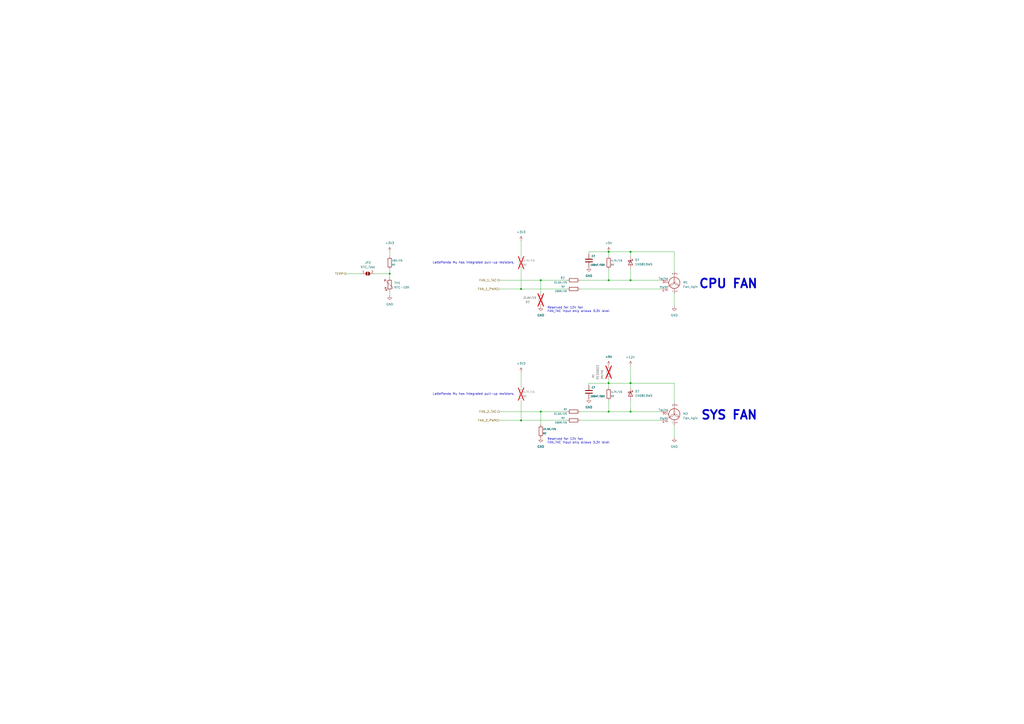
<source format=kicad_sch>
(kicad_sch (version 20231120) (generator "eeschema") (generator_version "8.0")
  (paper "A2")
  (title_block (title "nvme Carrier for LattePanda Mu") (date "2024-07-13") (rev "V1.0"))
  (lib_symbols
    (symbol "Device:C" (pin_numbers hide) (pin_names (offset 0.254))
      (property "Reference" "C" (at 0.635 2.54 0))
      (property "Value" "C" (at 0.635 -2.54 0))
      (symbol "C_0_1"
        (polyline (pts (xy -2.032 -0.762) (xy 2.032 -0.762)) (stroke (width 0.508)))
        (polyline (pts (xy -2.032 0.762) (xy 2.032 0.762)) (stroke (width 0.508)))
      )
      (symbol "C_1_1"
        (pin passive line (at 0 3.81 270) (length 2.794) (name "~") (number "1"))
        (pin passive line (at 0 -3.81 90) (length 2.794) (name "~") (number "2"))
      )
    )
    (symbol "Device:R" (pin_numbers hide) (pin_names (offset 0))
      (property "Reference" "R" (at 2.032 0 90))
      (property "Value" "R" (at 0 0 90))
      (symbol "R_0_1"
        (rectangle (start -1.016 -2.54) (end 1.016 2.54) (stroke (width 0.254)))
      )
      (symbol "R_1_1"
        (pin passive line (at 0 3.81 270) (length 1.27) (name "~") (number "1"))
        (pin passive line (at 0 -3.81 90) (length 1.27) (name "~") (number "2"))
      )
    )
    (symbol "Device:Thermistor_NTC" (pin_numbers hide) (pin_names (offset 0))
      (property "Reference" "TH" (at -4.445 0 90))
      (property "Value" "Thermistor_NTC" (at 3.175 0 90))
      (symbol "Thermistor_NTC_0_1"
        (arc (start -3.048 2.159) (mid -3.0495 2.3143) (end -3.175 2.413))
        (arc (start -3.048 2.159) (mid -2.9736 1.9794) (end -2.794 1.905))
        (arc (start -3.048 2.794) (mid -2.9736 2.6144) (end -2.794 2.54))
        (arc (start -2.794 1.905) (mid -2.6144 1.9794) (end -2.54 2.159))
        (arc (start -2.794 2.54) (mid -2.4393 2.5587) (end -2.159 2.794))
        (arc (start -2.794 3.048) (mid -2.9736 2.9736) (end -3.048 2.794))
        (arc (start -2.54 2.794) (mid -2.6144 2.9736) (end -2.794 3.048))
        (rectangle (start -1.016 2.54) (end 1.016 -2.54) (stroke (width 0.254)))
        (polyline (pts (xy -2.54 2.159) (xy -2.54 2.794)))
        (polyline (pts (xy -1.778 2.54) (xy -1.778 1.524) (xy 1.778 -1.524) (xy 1.778 -2.54)))
        (polyline (pts (xy -2.54 -3.683) (xy -2.54 -1.397) (xy -2.794 -2.159) (xy -2.286 -2.159) (xy -2.54 -1.397) (xy -2.54 -1.651)) (fill (type outline)))
        (polyline (pts (xy -1.778 -1.397) (xy -1.778 -3.683) (xy -2.032 -2.921) (xy -1.524 -2.921) (xy -1.778 -3.683) (xy -1.778 -3.429)) (fill (type outline)))
      )
      (symbol "Thermistor_NTC_1_1"
        (pin passive line (at 0 3.81 270) (length 1.27) (name "~") (number "1"))
        (pin passive line (at 0 -3.81 90) (length 1.27) (name "~") (number "2"))
      )
    )
    (symbol "Diode:1N5819WS" (pin_numbers hide) (pin_names (offset 1.016) hide)
      (property "Reference" "D" (at 0 2.54 0))
      (property "Value" "1N5819WS" (at 0 -2.54 0))
      (symbol "1N5819WS_0_1"
        (polyline (pts (xy 1.27 0) (xy -1.27 0)))
        (polyline (pts (xy 1.27 1.27) (xy 1.27 -1.27) (xy -1.27 0) (xy 1.27 1.27)) (stroke (width 0.254)))
        (polyline (pts (xy -1.905 0.635) (xy -1.905 1.27) (xy -1.27 1.27) (xy -1.27 -1.27) (xy -0.635 -1.27) (xy -0.635 -0.635)) (stroke (width 0.254)))
      )
      (symbol "1N5819WS_1_1"
        (pin passive line (at -3.81 0 0) (length 2.54) (name "K") (number "1"))
        (pin passive line (at 3.81 0 180) (length 2.54) (name "A") (number "2"))
      )
    )
    (symbol "Jumper:SolderJumper_2_Open" (pin_names (offset 0) hide)
      (property "Reference" "JP" (at 0 2.032 0))
      (property "Value" "SolderJumper_2_Open" (at 0 -2.54 0))
      (symbol "SolderJumper_2_Open_0_1"
        (arc (start -0.254 1.016) (mid -1.2656 0) (end -0.254 -1.016))
        (arc (start -0.254 1.016) (mid -1.2656 0) (end -0.254 -1.016) (fill (type outline)))
        (polyline (pts (xy -0.254 1.016) (xy -0.254 -1.016)))
        (polyline (pts (xy 0.254 1.016) (xy 0.254 -1.016)))
        (arc (start 0.254 -1.016) (mid 1.2656 0) (end 0.254 1.016))
        (arc (start 0.254 -1.016) (mid 1.2656 0) (end 0.254 1.016) (fill (type outline)))
      )
      (symbol "SolderJumper_2_Open_1_1"
        (pin passive line (at -3.81 0 0) (length 2.54) (name "A") (number "1"))
        (pin passive line (at 3.81 0 180) (length 2.54) (name "B") (number "2"))
      )
    )
    (symbol "Motor:Fan_4pin" (pin_names (offset 0))
      (property "Reference" "M" (at 2.54 5.08 0))
      (property "Value" "Fan_4pin" (at 2.54 -2.54 0))
      (symbol "Fan_4pin_0_0"
        (arc (start -5.588 1.524) (mid -5.08 1.0182) (end -4.572 1.524))
        (arc (start -5.08 2.032) (mid -5.4392 1.8832) (end -5.588 1.524))
        (polyline (pts (xy -5.08 2.032) (xy -5.334 2.159)))
        (polyline (pts (xy -5.08 2.032) (xy -5.207 1.778)))
        (polyline (pts (xy -4.064 2.54) (xy -4.064 1.016) (xy -3.302 1.016)))
      )
      (symbol "Fan_4pin_0_1"
        (arc (start -2.54 -0.508) (mid 0.0028 0.9121) (end 0 3.81))
        (polyline (pts (xy -4.064 2.54) (xy -5.08 2.54)))
        (polyline (pts (xy 0 -5.08) (xy 0 -4.572)))
        (polyline (pts (xy 0 -2.2352) (xy 0 -2.6416)))
        (polyline (pts (xy 0 4.2672) (xy 0 4.6228)))
        (polyline (pts (xy 0 4.572) (xy 0 5.08)))
        (polyline (pts (xy -2.54 -1.016) (xy -4.064 -1.016) (xy -4.064 -2.54) (xy -5.08 -2.54)))
        (polyline (pts (xy -5.334 -3.302) (xy -5.08 -3.302) (xy -5.08 -3.048) (xy -4.826 -3.048) (xy -4.826 -3.302) (xy -4.318 -3.302) (xy -4.318 -3.048) (xy -4.064 -3.048) (xy -4.064 -3.302) (xy -3.556 -3.302)))
        (circle (center 0 1.016) (radius 3.2512) (stroke (width 0.254)))
        (arc (start 0 3.81) (mid 0.053 0.921) (end 2.54 -0.508))
        (arc (start 2.54 -0.508) (mid 0 1.0618) (end -2.54 -0.508))
      )
      (symbol "Fan_4pin_1_1"
        (pin passive line (at 0 -5.08 90) (length 2.54) (name "-") (number "1"))
        (pin passive line (at 0 7.62 270) (length 2.54) (name "+") (number "2"))
        (pin passive line (at -7.62 2.54 0) (length 2.54) (name "Tacho") (number "3"))
        (pin input line (at -7.62 -2.54 0) (length 2.54) (name "PWM") (number "4"))
      )
    )
    (symbol "power:+12V" (power) (pin_numbers hide) (pin_names (offset 0) hide)
      (property "Value" "+12V" (at 0 3.556 0))
      (symbol "+12V_0_1"
        (polyline (pts (xy -0.762 1.27) (xy 0 2.54)))
        (polyline (pts (xy 0 0) (xy 0 2.54)))
        (polyline (pts (xy 0 2.54) (xy 0.762 1.27)))
      )
      (symbol "+12V_1_1"
        (pin power_in line (at 0 0 90) (length 0) (name "~") (number "1"))
      )
    )
    (symbol "power:+3V3" (power) (pin_numbers hide) (pin_names (offset 0) hide)
      (property "Value" "+3V3" (at 0 3.556 0))
      (symbol "+3V3_0_1"
        (polyline (pts (xy -0.762 1.27) (xy 0 2.54)))
        (polyline (pts (xy 0 0) (xy 0 2.54)))
        (polyline (pts (xy 0 2.54) (xy 0.762 1.27)))
      )
      (symbol "+3V3_1_1"
        (pin power_in line (at 0 0 90) (length 0) (name "~") (number "1"))
      )
    )
    (symbol "power:+5V" (power) (pin_numbers hide) (pin_names (offset 0) hide)
      (property "Value" "+5V" (at 0 3.556 0))
      (symbol "+5V_0_1"
        (polyline (pts (xy -0.762 1.27) (xy 0 2.54)))
        (polyline (pts (xy 0 0) (xy 0 2.54)))
        (polyline (pts (xy 0 2.54) (xy 0.762 1.27)))
      )
      (symbol "+5V_1_1"
        (pin power_in line (at 0 0 90) (length 0) (name "~") (number "1"))
      )
    )
    (symbol "power:GND" (power) (pin_numbers hide) (pin_names (offset 0) hide)
      (property "Value" "GND" (at 0 -3.81 0))
      (symbol "GND_0_1"
        (polyline (pts (xy 0 0) (xy 0 -1.27) (xy 1.27 -1.27) (xy 0 -2.54) (xy -1.27 -1.27) (xy 0 -1.27)))
      )
      (symbol "GND_1_1"
        (pin power_in line (at 0 0 270) (length 0) (name "~") (number "1"))
      )
    )
  )
  (junction (at 353.06 238.76))
  (junction (at 353.06 146.05))
  (junction (at 313.69 162.56))
  (junction (at 365.76 146.05))
  (junction (at 365.76 222.25))
  (junction (at 302.26 167.64))
  (junction (at 353.06 222.25))
  (junction (at 302.26 243.84))
  (junction (at 365.76 162.56))
  (junction (at 353.06 162.56))
  (junction (at 226.06 158.75))
  (junction (at 365.76 238.76))
  (junction (at 313.69 238.76))
  (wire (pts (xy 341.63 222.25) (xy 353.06 222.25)))
  (wire (pts (xy 226.06 146.05) (xy 226.06 148.59)))
  (wire (pts (xy 365.76 146.05) (xy 353.06 146.05)))
  (wire (pts (xy 336.55 162.56) (xy 353.06 162.56)))
  (wire (pts (xy 289.56 167.64) (xy 302.26 167.64)))
  (wire (pts (xy 353.06 238.76) (xy 365.76 238.76)))
  (wire (pts (xy 302.26 215.9) (xy 302.26 224.79)))
  (wire (pts (xy 302.26 167.64) (xy 328.93 167.64)))
  (wire (pts (xy 289.56 162.56) (xy 313.69 162.56)))
  (wire (pts (xy 313.69 238.76) (xy 313.69 246.38)))
  (wire (pts (xy 391.16 222.25) (xy 365.76 222.25)))
  (wire (pts (xy 365.76 224.79) (xy 365.76 222.25)))
  (wire (pts (xy 383.54 238.76) (xy 365.76 238.76)))
  (wire (pts (xy 302.26 243.84) (xy 328.93 243.84)))
  (wire (pts (xy 353.06 219.71) (xy 353.06 222.25)))
  (wire (pts (xy 391.16 170.18) (xy 391.16 177.8)))
  (wire (pts (xy 341.63 147.32) (xy 341.63 146.05)))
  (wire (pts (xy 353.06 146.05) (xy 353.06 148.59)))
  (wire (pts (xy 226.06 168.91) (xy 226.06 171.45)))
  (wire (pts (xy 336.55 238.76) (xy 353.06 238.76)))
  (wire (pts (xy 313.69 162.56) (xy 328.93 162.56)))
  (wire (pts (xy 200.66 158.75) (xy 209.55 158.75)))
  (wire (pts (xy 365.76 162.56) (xy 365.76 156.21)))
  (wire (pts (xy 365.76 238.76) (xy 365.76 232.41)))
  (wire (pts (xy 289.56 238.76) (xy 313.69 238.76)))
  (wire (pts (xy 226.06 156.21) (xy 226.06 158.75)))
  (wire (pts (xy 336.55 167.64) (xy 383.54 167.64)))
  (wire (pts (xy 365.76 222.25) (xy 353.06 222.25)))
  (wire (pts (xy 353.06 222.25) (xy 353.06 224.79)))
  (wire (pts (xy 313.69 162.56) (xy 313.69 170.18)))
  (wire (pts (xy 391.16 246.38) (xy 391.16 254)))
  (wire (pts (xy 341.63 223.52) (xy 341.63 222.25)))
  (wire (pts (xy 391.16 233.68) (xy 391.16 222.25)))
  (wire (pts (xy 391.16 146.05) (xy 365.76 146.05)))
  (wire (pts (xy 313.69 238.76) (xy 328.93 238.76)))
  (wire (pts (xy 302.26 139.7) (xy 302.26 148.59)))
  (wire (pts (xy 365.76 148.59) (xy 365.76 146.05)))
  (wire (pts (xy 353.06 232.41) (xy 353.06 238.76)))
  (wire (pts (xy 217.17 158.75) (xy 226.06 158.75)))
  (wire (pts (xy 391.16 157.48) (xy 391.16 146.05)))
  (wire (pts (xy 226.06 158.75) (xy 226.06 161.29)))
  (wire (pts (xy 302.26 156.21) (xy 302.26 167.64)))
  (wire (pts (xy 383.54 162.56) (xy 365.76 162.56)))
  (wire (pts (xy 289.56 243.84) (xy 302.26 243.84)))
  (wire (pts (xy 353.06 156.21) (xy 353.06 162.56)))
  (wire (pts (xy 353.06 162.56) (xy 365.76 162.56)))
  (wire (pts (xy 365.76 212.09) (xy 365.76 222.25)))
  (wire (pts (xy 341.63 146.05) (xy 353.06 146.05)))
  (wire (pts (xy 336.55 243.84) (xy 383.54 243.84)))
  (wire (pts (xy 302.26 232.41) (xy 302.26 243.84)))
  (text "CPU FAN" (at 405.13 167.64 0) (effects (font (size 5.08 5.08) (bold yes)) (justify left bottom)))
  (text "SYS FAN" (at 406.4 243.84 0) (effects (font (size 5.08 5.08) (bold yes)) (justify left bottom)))
  (text "Reserved for 12V fan\nFAN_TAC input only allows 3.3V level" (at 317.5 254 0) (effects (font (size 1.27 1.27)) (justify left top)))
  (text "LattePanda Mu has integrated pull-up resistors." (at 298.45 152.4 0) (effects (font (size 1.27 1.27)) (justify right)))
  (text "LattePanda Mu has integrated pull-up resistors." (at 298.45 228.6 0) (effects (font (size 1.27 1.27)) (justify right)))
  (text "Reserved for 12V fan\nFAN_TAC input only allows 3.3V level" (at 317.5 177.8 0) (effects (font (size 1.27 1.27)) (justify left top)))
  (hierarchical_label "FAN_1_TAC" (shape output) (at 289.56 162.56 180))
  (hierarchical_label "FAN_1_PWM" (shape input) (at 289.56 167.64 180))
  (hierarchical_label "TEMP" (shape output) (at 200.66 158.75 180))
  (hierarchical_label "FAN_2_PWM" (shape input) (at 289.56 243.84 180))
  (hierarchical_label "FAN_2_TAC" (shape output) (at 289.56 238.76 180))
  (symbol (lib_id "Device:R") (at 332.74 167.64 90) (unit 1)
    (property "Reference" "R?" (at 327.66 166.37 90) (effects (font (size 1 1)) (justify left)))
    (property "Value" "100R/1%" (at 328.93 168.91 90) (effects (font (size 1 1)) (justify left)))
    (property "Footprint" "A_HDJ_Library:R_0402_1005Metric" (effects (hide yes)))
    (property "Datasheet" "https://wmsc.lcsc.com/wmsc/upload/file/pdf/v2/lcsc/2304140030_YAGEO-RC0402FR-07100RL_C106232.pdf" (effects (hide yes)))
    (property "Part#" "C106232" (effects (hide yes)))
    (property "MPN" "RC0402FR-07100RL" (effects (hide yes)))
    (property "Package" "0402" (effects (hide yes)))
    (property "LCSC Part #" "C106232" (effects (hide yes)))
  )
  (symbol (lib_id "Device:R") (at 332.74 243.84 90) (unit 1)
    (property "Reference" "R?" (at 327.66 242.57 90) (effects (font (size 1 1)) (justify left)))
    (property "Value" "100R/1%" (at 328.93 245.11 90) (effects (font (size 1 1)) (justify left)))
    (property "Footprint" "A_HDJ_Library:R_0402_1005Metric" (effects (hide yes)))
    (property "Datasheet" "https://wmsc.lcsc.com/wmsc/upload/file/pdf/v2/lcsc/2304140030_YAGEO-RC0402FR-07100RL_C106232.pdf" (effects (hide yes)))
    (property "Part#" "C106232" (effects (hide yes)))
    (property "MPN" "RC0402FR-07100RL" (effects (hide yes)))
    (property "Package" "0402" (effects (hide yes)))
    (property "LCSC Part #" "C106232" (effects (hide yes)))
  )
  (symbol (lib_id "Jumper:SolderJumper_2_Open") (at 213.36 158.75 0) (unit 1)
    (property "Reference" "JP2" (at 213.36 152.4 0))
    (property "Value" "NTC_Test" (at 213.36 154.94 0))
    (property "Footprint" "Jumper:SolderJumper-2_P1.3mm_Open_RoundedPad1.0x1.5mm" (effects (hide yes)))
    (property "Package" "SolderJumper" (effects (hide yes)))
  )
  (symbol (lib_id "Device:R") (at 313.69 173.99 0) (unit 1) (in_bom no) (dnp yes)
    (property "Reference" "R?" (at 306.07 175.26 0))
    (property "Value" "21.5K/1%" (at 307.34 172.72 0) (effects (font (size 1 1))))
    (property "Footprint" "A_HDJ_Library:R_0402_1005Metric" (effects (hide yes)))
    (property "Datasheet" "https://wmsc.lcsc.com/wmsc/upload/file/pdf/v2/lcsc/2304140030_YAGEO-RC0402FR-0721K5L_C185442.pdf" (effects (hide yes)))
    (property "Part#" "C185442" (effects (hide yes)))
    (property "MPN" "RC0402FR-0721K5L" (effects (hide yes)))
    (property "Package" "0402" (effects (hide yes)))
    (property "LCSC Part #" "C185442" (effects (hide yes)))
  )
  (symbol (lib_id "Device:Thermistor_NTC") (at 226.06 165.1 0) (unit 1)
    (property "Reference" "TH1" (at 228.6 164.1475 0) (effects (justify left)))
    (property "Value" "NTC-10K" (at 228.6 166.6875 0) (effects (justify left)))
    (property "Footprint" "Resistor_SMD:R_0603_1608Metric" (effects (hide yes)))
    (property "Datasheet" "https://www.mouser.de/datasheet/2/281/NCU18XH103F60RB-1519762.pdf" (effects (hide yes)))
    (property "Part#" "C440252" (effects (hide yes)))
    (property "MPN" "NCU18XH103F60RB " (effects (hide yes)))
    (property "Package" "0603" (effects (hide yes)))
    (property "LCSC Part #" "C440252" (effects (hide yes)))
  )
  (symbol (lib_id "Device:C") (at 341.63 151.13 0) (unit 1)
    (property "Reference" "C?" (at 344.17 148.59 0) (effects (font (size 1 1))))
    (property "Value" "100nF/50V" (at 346.71 153.67 0) (effects (font (size 1 1))))
    (property "Footprint" "A_HDJ_Library:C_0402_1005Metric" (effects (hide yes)))
    (property "Datasheet" "https://wmsc.lcsc.com/wmsc/upload/file/pdf/v2/lcsc/1809272047_Murata-Electronics-GRM155R71H104KE14D_C77020.pdf" (effects (hide yes)))
    (property "SCH_Show_Footprint" "C0402" (effects (hide yes)))
    (property "Part#" "C77020" (effects (hide yes)))
    (property "MPN" "GRM155R71H104KE14D" (effects (hide yes)))
    (property "Package" "0402" (effects (hide yes)))
    (property "LCSC Part #" "C77020" (effects (hide yes)))
  )
  (symbol (lib_id "power:GND") (at 341.63 231.14 0) (unit 1)
    (property "Reference" "#PWR0117" (effects (hide yes)))
    (property "Value" "GND" (at 341.63 236.22 0))
  )
  (symbol (lib_id "Motor:Fan_4pin") (at 391.16 241.3 0) (unit 1)
    (property "Reference" "M2" (at 396.24 240.03 0) (effects (justify left)))
    (property "Value" "Fan_4pin" (at 396.24 242.57 0) (effects (justify left)))
    (property "Footprint" "Connector:FanPinHeader_1x04_P2.54mm_Vertical" (effects (hide yes)))
    (property "Datasheet" "https://wmsc.lcsc.com/wmsc/upload/file/pdf/v2/lcsc/1811051309_MOLEX-470531000_C240840.pdf" (effects (hide yes)))
    (property "Part#" "C240840" (effects (hide yes)))
    (property "MPN" "470531000" (effects (hide yes)))
    (property "Package" "Plugin,P=2.54mm" (effects (hide yes)))
    (property "LCSC Part #" "C240840" (effects (hide yes)))
  )
  (symbol (lib_id "power:GND") (at 391.16 177.8 0) (unit 1)
    (property "Reference" "#PWR0123" (effects (hide yes)))
    (property "Value" "GND" (at 391.16 182.88 0))
  )
  (symbol (lib_id "Diode:1N5819WS") (at 365.76 228.6 270) (unit 1)
    (property "Reference" "D?" (at 368.3 227.0125 90) (effects (justify left)))
    (property "Value" "1N5819WS" (at 368.3 229.5525 90) (effects (justify left)))
    (property "Footprint" "A_HDJ_Library:D_SOD-323" (effects (hide yes)))
    (property "Datasheet" "https://wmsc.lcsc.com/wmsc/upload/file/pdf/v2/lcsc/2204281430_Guangdong-Hottech-1N5819WS_C191023.pdf" (effects (hide yes)))
    (property "SCH_Show_Footprint" "SOD-323" (effects (hide yes)))
    (property "Part#" "C2828425" (effects (hide yes)))
    (property "MPN" "1N5819WS" (effects (hide yes)))
    (property "Package" "SOD-323" (effects (hide yes)))
    (property "LCSC Part #" "C2828425" (effects (hide yes)))
  )
  (symbol (lib_id "power:+5V") (at 353.06 146.05 0) (unit 1)
    (property "Reference" "#PWR0118" (effects (hide yes)))
    (property "Value" "+5V" (at 353.06 140.97 0))
  )
  (symbol (lib_id "power:GND") (at 313.69 177.8 0) (unit 1)
    (property "Reference" "#PWR0114" (effects (hide yes)))
    (property "Value" "GND" (at 313.69 182.88 0))
  )
  (symbol (lib_id "Device:C") (at 341.63 227.33 0) (unit 1)
    (property "Reference" "C?" (at 344.17 224.79 0) (effects (font (size 1 1))))
    (property "Value" "100nF/50V" (at 346.71 229.87 0) (effects (font (size 1 1))))
    (property "Footprint" "A_HDJ_Library:C_0402_1005Metric" (effects (hide yes)))
    (property "Datasheet" "https://wmsc.lcsc.com/wmsc/upload/file/pdf/v2/lcsc/1809272047_Murata-Electronics-GRM155R71H104KE14D_C77020.pdf" (effects (hide yes)))
    (property "SCH_Show_Footprint" "C0402" (effects (hide yes)))
    (property "Part#" "C77020" (effects (hide yes)))
    (property "MPN" "GRM155R71H104KE14D" (effects (hide yes)))
    (property "Package" "0402" (effects (hide yes)))
    (property "LCSC Part #" "C77020" (effects (hide yes)))
  )
  (symbol (lib_id "power:+12V") (at 365.76 212.09 0) (unit 1)
    (property "Reference" "#PWR0121" (effects (hide yes)))
    (property "Value" "+12V" (at 362.966 207.264 0) (effects (justify left)))
  )
  (symbol (lib_id "Device:R") (at 302.26 152.4 0) (unit 1) (exclude_from_sim yes) (in_bom no) (on_board no) (dnp yes)
    (property "Reference" "R?" (at 303.53 153.67 0) (effects (font (size 1 1)) (justify left)))
    (property "Value" "4.7K/1%" (at 303.53 151.13 0) (effects (font (size 1 1)) (justify left)))
    (property "Footprint" "A_HDJ_Library:R_0402_1005Metric" (effects (hide yes)))
    (property "Datasheet" "https://wmsc.lcsc.com/wmsc/upload/file/pdf/v2/lcsc/2304140030_YAGEO-RC0402FR-074K7L_C105871.pdf" (effects (hide yes)))
    (property "Part#" "C105871" (effects (hide yes)))
    (property "MPN" "RC0402FR-074K7L" (effects (hide yes)))
    (property "Package" "0402" (effects (hide yes)))
    (property "LCSC Part #" "C105871" (effects (hide yes)))
  )
  (symbol (lib_id "Device:R") (at 332.74 238.76 90) (unit 1)
    (property "Reference" "R?" (at 328.93 237.49 90) (effects (font (size 1 1)) (justify left)))
    (property "Value" "21.5K/1%" (at 328.93 240.03 90) (effects (font (size 1 1)) (justify left)))
    (property "Footprint" "A_HDJ_Library:R_0402_1005Metric" (effects (hide yes)))
    (property "Datasheet" "https://wmsc.lcsc.com/wmsc/upload/file/pdf/v2/lcsc/2304140030_YAGEO-RC0402FR-0721K5L_C185442.pdf" (effects (hide yes)))
    (property "Part#" "C185442" (effects (hide yes)))
    (property "MPN" "RC0402FR-0721K5L" (effects (hide yes)))
    (property "Package" "0402" (effects (hide yes)))
    (property "LCSC Part #" "C185442" (effects (hide yes)))
  )
  (symbol (lib_id "power:GND") (at 391.16 254 0) (unit 1)
    (property "Reference" "#PWR0125" (effects (hide yes)))
    (property "Value" "GND" (at 391.16 259.08 0))
  )
  (symbol (lib_id "Motor:Fan_4pin") (at 391.16 165.1 0) (unit 1)
    (property "Reference" "M1" (at 396.24 163.83 0) (effects (justify left)))
    (property "Value" "Fan_4pin" (at 396.24 166.37 0) (effects (justify left)))
    (property "Footprint" "A_HDJ_Library:JST_PH_B4B-PH-K_1x04_P2.00mm_Vertical" (effects (hide yes)))
    (property "Datasheet" "https://wmsc.lcsc.com/wmsc/upload/file/pdf/v2/lcsc/2007221005_JST-B4B-PH-K-S-GW_C566011.pdf" (effects (hide yes)))
    (property "Part#" "C566011" (effects (hide yes)))
    (property "MPN" "B4B-PH-K-S-GW" (effects (hide yes)))
    (property "Package" "Plugin,P=2mm" (effects (hide yes)))
    (property "LCSC Part #" "C566011" (effects (hide yes)))
  )
  (symbol (lib_id "power:GND") (at 313.69 254 0) (unit 1)
    (property "Reference" "#PWR0115" (effects (hide yes)))
    (property "Value" "GND" (at 313.69 259.08 0))
  )
  (symbol (lib_id "Device:R") (at 302.26 228.6 0) (unit 1) (in_bom no) (on_board no) (dnp yes)
    (property "Reference" "R?" (at 303.53 229.87 0) (effects (font (size 1 1)) (justify left)))
    (property "Value" "4.7K/1%" (at 303.53 227.33 0) (effects (font (size 1 1)) (justify left)))
    (property "Footprint" "A_HDJ_Library:R_0402_1005Metric" (effects (hide yes)))
    (property "Datasheet" "https://wmsc.lcsc.com/wmsc/upload/file/pdf/v2/lcsc/2304140030_YAGEO-RC0402FR-074K7L_C105871.pdf" (effects (hide yes)))
    (property "Part#" "C105871" (effects (hide yes)))
    (property "MPN" "RC0402FR-074K7L" (effects (hide yes)))
    (property "Package" "0402" (effects (hide yes)))
    (property "LCSC Part #" "C105871" (effects (hide yes)))
  )
  (symbol (lib_id "Device:R") (at 332.74 162.56 270) (unit 1)
    (property "Reference" "R?" (at 326.39 161.29 90))
    (property "Value" "21.5K/1%" (at 325.12 163.83 90) (effects (font (size 1 1))))
    (property "Footprint" "A_HDJ_Library:R_0402_1005Metric" (effects (hide yes)))
    (property "Datasheet" "https://wmsc.lcsc.com/wmsc/upload/file/pdf/v2/lcsc/2304140030_YAGEO-RC0402FR-0721K5L_C185442.pdf" (effects (hide yes)))
    (property "Part#" "C185442" (effects (hide yes)))
    (property "MPN" "RC0402FR-0721K5L" (effects (hide yes)))
    (property "Package" "0402" (effects (hide yes)))
    (property "LCSC Part #" "C185442" (effects (hide yes)))
  )
  (symbol (lib_id "power:+3V3") (at 226.06 146.05 0) (unit 1)
    (property "Reference" "#PWR0113" (effects (hide yes)))
    (property "Value" "+3V3" (at 226.06 140.97 0))
  )
  (symbol (lib_id "power:GND") (at 341.63 154.94 0) (unit 1)
    (property "Reference" "#PWR0116" (effects (hide yes)))
    (property "Value" "GND" (at 341.63 160.02 0))
  )
  (symbol (lib_id "Device:R") (at 226.06 152.4 0) (unit 1)
    (property "Reference" "R?" (at 227.33 153.67 0) (effects (font (size 1 1)) (justify left)))
    (property "Value" "10K/1%" (at 227.33 151.13 0) (effects (font (size 1 1)) (justify left)))
    (property "Footprint" "A_HDJ_Library:R_0402_1005Metric" (effects (hide yes)))
    (property "Datasheet" "https://wmsc.lcsc.com/wmsc/upload/file/pdf/v2/lcsc/2304140030_YAGEO-RC0402FR-0710KL_C60490.pdf" (effects (hide yes)))
    (property "Part#" "C60490" (effects (hide yes)))
    (property "MPN" "RC0402FR-0710KL" (effects (hide yes)))
    (property "Package" "0402" (effects (hide yes)))
    (property "LCSC Part #" "C60490" (effects (hide yes)))
  )
  (symbol (lib_id "Device:R") (at 313.69 250.19 0) (unit 1)
    (property "Reference" "R?" (at 314.96 251.46 0) (effects (font (size 1 1)) (justify left)))
    (property "Value" "21.5K/1%" (at 314.96 248.92 0) (effects (font (size 1 1)) (justify left)))
    (property "Footprint" "A_HDJ_Library:R_0402_1005Metric" (effects (hide yes)))
    (property "Datasheet" "https://wmsc.lcsc.com/wmsc/upload/file/pdf/v2/lcsc/2304140030_YAGEO-RC0402FR-0721K5L_C185442.pdf" (effects (hide yes)))
    (property "Part#" "C185442" (effects (hide yes)))
    (property "MPN" "RC0402FR-0721K5L" (effects (hide yes)))
    (property "Package" "0402" (effects (hide yes)))
    (property "LCSC Part #" "C185442" (effects (hide yes)))
  )
  (symbol (lib_id "power:+3V3") (at 302.26 139.7 0) (unit 1)
    (property "Reference" "#PWR0110" (effects (hide yes)))
    (property "Value" "+3V3" (at 302.26 134.62 0))
  )
  (symbol (lib_id "Diode:1N5819WS") (at 365.76 152.4 270) (unit 1)
    (property "Reference" "D?" (at 368.3 150.8125 90) (effects (justify left)))
    (property "Value" "1N5819WS" (at 368.3 153.3525 90) (effects (justify left)))
    (property "Footprint" "A_HDJ_Library:D_SOD-323" (effects (hide yes)))
    (property "Datasheet" "https://wmsc.lcsc.com/wmsc/upload/file/pdf/v2/lcsc/2204281430_Guangdong-Hottech-1N5819WS_C191023.pdf" (effects (hide yes)))
    (property "SCH_Show_Footprint" "SOD-323" (effects (hide yes)))
    (property "Part#" "C2828425" (effects (hide yes)))
    (property "MPN" "1N5819WS" (effects (hide yes)))
    (property "Package" "SOD-323" (effects (hide yes)))
    (property "LCSC Part #" "C2828425" (effects (hide yes)))
  )
  (symbol (lib_id "power:+3V3") (at 302.26 215.9 0) (unit 1)
    (property "Reference" "#PWR0112" (effects (hide yes)))
    (property "Value" "+3V3" (at 302.26 210.82 0))
  )
  (symbol (lib_id "Device:R") (at 353.06 228.6 0) (unit 1)
    (property "Reference" "R?" (at 354.33 229.87 0) (effects (font (size 1 1)) (justify left)))
    (property "Value" "4.7K/1%" (at 354.33 227.33 0) (effects (font (size 1 1)) (justify left)))
    (property "Footprint" "A_HDJ_Library:R_0402_1005Metric" (effects (hide yes)))
    (property "Datasheet" "https://wmsc.lcsc.com/wmsc/upload/file/pdf/v2/lcsc/2304140030_YAGEO-RC0402FR-074K7L_C105871.pdf" (effects (hide yes)))
    (property "Part#" "C105871" (effects (hide yes)))
    (property "MPN" "RC0402FR-074K7L" (effects (hide yes)))
    (property "Package" "0402" (effects (hide yes)))
    (property "LCSC Part #" "C105871" (effects (hide yes)))
  )
  (symbol (lib_id "Device:R") (at 353.06 152.4 0) (unit 1)
    (property "Reference" "R?" (at 354.33 153.67 0) (effects (font (size 1 1)) (justify left)))
    (property "Value" "4.7K/1%" (at 354.33 151.13 0) (effects (font (size 1 1)) (justify left)))
    (property "Footprint" "A_HDJ_Library:R_0402_1005Metric" (effects (hide yes)))
    (property "Datasheet" "https://wmsc.lcsc.com/wmsc/upload/file/pdf/v2/lcsc/2304140030_YAGEO-RC0402FR-074K7L_C105871.pdf" (effects (hide yes)))
    (property "Part#" "C105871" (effects (hide yes)))
    (property "MPN" "RC0402FR-074K7L" (effects (hide yes)))
    (property "Package" "0402" (effects (hide yes)))
    (property "LCSC Part #" "C105871" (effects (hide yes)))
  )
  (symbol (lib_id "Device:R") (at 353.06 215.9 180) (unit 1) (exclude_from_sim yes) (in_bom no) (on_board no) (dnp yes)
    (property "Reference" "R?" (at 344.17 217.17 90) (effects (font (size 1 1)) (justify left)))
    (property "Value" "0R/1%" (at 349.25 214.63 90) (effects (font (size 1 1)) (justify left)))
    (property "Footprint" "RES0603" (at 346.71 215.9 90))
  )
  (symbol (lib_id "power:GND") (at 226.06 171.45 0) (unit 1)
    (property "Reference" "#PWR0111" (effects (hide yes)))
    (property "Value" "GND" (at 226.06 176.53 0))
  )
  (symbol (lib_id "power:+5V") (at 353.06 212.09 0) (unit 1)
    (property "Reference" "#PWR0119" (effects (hide yes)))
    (property "Value" "+5V" (at 353.06 207.01 0))
  )
)
</source>
